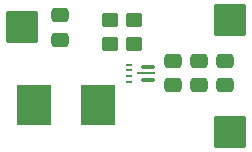
<source format=gbr>
%TF.GenerationSoftware,KiCad,Pcbnew,8.0.1*%
%TF.CreationDate,2024-04-26T21:59:39-07:00*%
%TF.ProjectId,boost-converter,626f6f73-742d-4636-9f6e-766572746572,rev?*%
%TF.SameCoordinates,Original*%
%TF.FileFunction,Soldermask,Top*%
%TF.FilePolarity,Negative*%
%FSLAX46Y46*%
G04 Gerber Fmt 4.6, Leading zero omitted, Abs format (unit mm)*
G04 Created by KiCad (PCBNEW 8.0.1) date 2024-04-26 21:59:39*
%MOMM*%
%LPD*%
G01*
G04 APERTURE LIST*
G04 Aperture macros list*
%AMRoundRect*
0 Rectangle with rounded corners*
0 $1 Rounding radius*
0 $2 $3 $4 $5 $6 $7 $8 $9 X,Y pos of 4 corners*
0 Add a 4 corners polygon primitive as box body*
4,1,4,$2,$3,$4,$5,$6,$7,$8,$9,$2,$3,0*
0 Add four circle primitives for the rounded corners*
1,1,$1+$1,$2,$3*
1,1,$1+$1,$4,$5*
1,1,$1+$1,$6,$7*
1,1,$1+$1,$8,$9*
0 Add four rect primitives between the rounded corners*
20,1,$1+$1,$2,$3,$4,$5,0*
20,1,$1+$1,$4,$5,$6,$7,0*
20,1,$1+$1,$6,$7,$8,$9,0*
20,1,$1+$1,$8,$9,$2,$3,0*%
G04 Aperture macros list end*
%ADD10RoundRect,0.250000X-1.125000X-1.125000X1.125000X-1.125000X1.125000X1.125000X-1.125000X1.125000X0*%
%ADD11RoundRect,0.250000X0.475000X-0.337500X0.475000X0.337500X-0.475000X0.337500X-0.475000X-0.337500X0*%
%ADD12RoundRect,0.087500X0.487500X0.087500X-0.487500X0.087500X-0.487500X-0.087500X0.487500X-0.087500X0*%
%ADD13RoundRect,0.050000X0.675000X0.050000X-0.675000X0.050000X-0.675000X-0.050000X0.675000X-0.050000X0*%
%ADD14RoundRect,0.062500X0.162500X0.062500X-0.162500X0.062500X-0.162500X-0.062500X0.162500X-0.062500X0*%
%ADD15RoundRect,0.250000X-0.450000X0.350000X-0.450000X-0.350000X0.450000X-0.350000X0.450000X0.350000X0*%
%ADD16R,2.950000X3.500000*%
%ADD17RoundRect,0.250000X-0.475000X0.337500X-0.475000X-0.337500X0.475000X-0.337500X0.475000X0.337500X0*%
G04 APERTURE END LIST*
D10*
%TO.C,GND*%
X147375000Y-109550000D03*
%TD*%
%TO.C,3V*%
X129800000Y-100675000D03*
%TD*%
%TO.C,Vout*%
X147350000Y-100025000D03*
%TD*%
D11*
%TO.C,C4*%
X146975000Y-105575000D03*
X146975000Y-103500000D03*
%TD*%
%TO.C,C3*%
X144775000Y-105575000D03*
X144775000Y-103500000D03*
%TD*%
%TO.C,C2*%
X142575000Y-105575000D03*
X142575000Y-103500000D03*
%TD*%
D12*
%TO.C,U1*%
X140437000Y-105125000D03*
D13*
X140287000Y-104575000D03*
D12*
X140437000Y-104025000D03*
D14*
X138837000Y-103825000D03*
X138837000Y-104325000D03*
X138837000Y-104825000D03*
X138837000Y-105325000D03*
%TD*%
D15*
%TO.C,R2*%
X137225000Y-100075000D03*
X137225000Y-102075000D03*
%TD*%
%TO.C,R1*%
X139300000Y-100075000D03*
X139300000Y-102075000D03*
%TD*%
D16*
%TO.C,L1*%
X130800000Y-107275000D03*
X136250000Y-107275000D03*
%TD*%
D17*
%TO.C,C1*%
X133025000Y-99650000D03*
X133025000Y-101725000D03*
%TD*%
M02*

</source>
